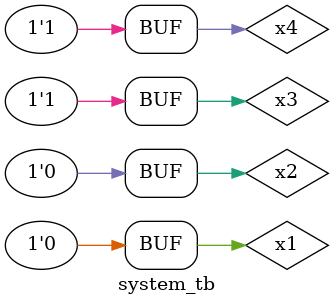
<source format=v>
module System(X1, X2, X3, X4, F);
input X1, X2, X3, X4;
output F;
wire [5:0] w;
assign w[0]= X1&X2;
assign w[1]= X3&X4;
assign w[2]= X1|(~X2);
assign w[3]= X4|(~X3);
assign w[4]= (w[0])|(w[1]);
assign w[5]= (w[2])&(w[3]);
assign F= (w[4])|(w[5]);
endmodule

module system_tb;
reg x1, x2, x3, x4;
wire f;
System s1(x1, x2, x3, x4, f);
initial
begin
    x1=1'b0; x2=1'b0; x3=1'b0; x4=1'b0;
    $monitor("Time=%0t, X1=%b, X2=%b, X3=%b, X4=%b, F=%b", $time, x1, x2, x3, x4, f);
    #5 x1=1'b0; x2=1'b0; x3=1'b0; x4=1'b1;
    #5 x1=1'b0; x2=1'b0; x3=1'b1; x4=1'b0;
    #5 x1=1'b0; x2=1'b0; x3=1'b1; x4=1'b1;
end
endmodule
</source>
